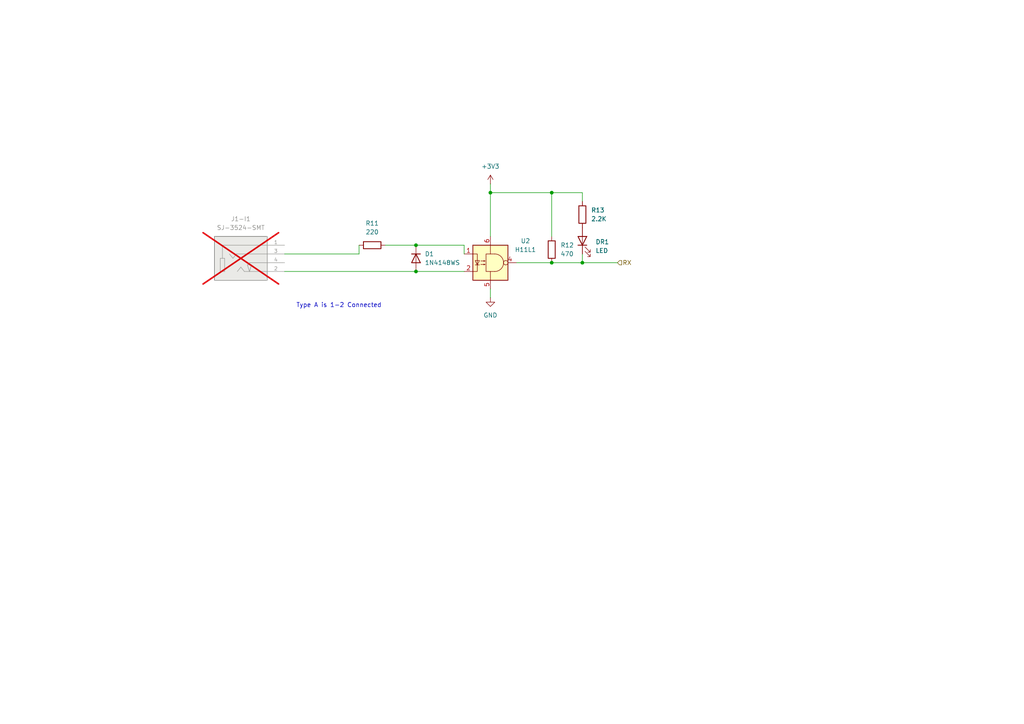
<source format=kicad_sch>
(kicad_sch (version 20231120) (generator "eeschema") (generator_version "8.0")
  (paper "A4")
  (lib_symbols
    (symbol "Device:LED" (pin_numbers hide) (pin_names (offset 1.016) hide)
      (property "Reference" "D" (at 0 2.54 0))
      (property "Value" "LED" (at 0 -2.54 0))
      (symbol "LED_0_1"
        (polyline (pts (xy -1.27 -1.27) (xy -1.27 1.27)) (stroke (width 0.254)))
        (polyline (pts (xy -1.27 0) (xy 1.27 0)))
        (polyline (pts (xy 1.27 -1.27) (xy 1.27 1.27) (xy -1.27 0) (xy 1.27 -1.27)) (stroke (width 0.254)))
        (polyline (pts (xy -3.048 -0.762) (xy -4.572 -2.286) (xy -3.81 -2.286) (xy -4.572 -2.286) (xy -4.572 -1.524)))
        (polyline (pts (xy -1.778 -0.762) (xy -3.302 -2.286) (xy -2.54 -2.286) (xy -3.302 -2.286) (xy -3.302 -1.524)))
      )
      (symbol "LED_1_1"
        (pin passive line (at -3.81 0 0) (length 2.54) (name "K") (number "1"))
        (pin passive line (at 3.81 0 180) (length 2.54) (name "A") (number "2"))
      )
    )
    (symbol "Device:R" (pin_numbers hide) (pin_names (offset 0))
      (property "Reference" "R" (at 2.032 0 90))
      (property "Value" "R" (at 0 0 90))
      (symbol "R_0_1"
        (rectangle (start -1.016 -2.54) (end 1.016 2.54) (stroke (width 0.254)))
      )
      (symbol "R_1_1"
        (pin passive line (at 0 3.81 270) (length 1.27) (name "~") (number "1"))
        (pin passive line (at 0 -3.81 90) (length 1.27) (name "~") (number "2"))
      )
    )
    (symbol "Diode:1N4148WS" (pin_numbers hide) (pin_names hide)
      (property "Reference" "D" (at 0 2.54 0))
      (property "Value" "1N4148WS" (at 0 -2.54 0))
      (symbol "1N4148WS_0_1"
        (polyline (pts (xy -1.27 1.27) (xy -1.27 -1.27)) (stroke (width 0.254)))
        (polyline (pts (xy 1.27 0) (xy -1.27 0)))
        (polyline (pts (xy 1.27 1.27) (xy 1.27 -1.27) (xy -1.27 0) (xy 1.27 1.27)) (stroke (width 0.254)))
      )
      (symbol "1N4148WS_1_1"
        (pin passive line (at -3.81 0 0) (length 2.54) (name "K") (number "1"))
        (pin passive line (at 3.81 0 180) (length 2.54) (name "A") (number "2"))
      )
    )
    (symbol "Isolator:H11L1" (pin_names (offset 1.016))
      (property "Reference" "U" (at 1.27 8.89 0))
      (property "Value" "H11L1" (at 1.27 6.35 0))
      (symbol "H11L1_0_1"
        (rectangle (start -5.08 5.08) (end 5.08 -5.08) (stroke (width 0.254)) (fill (type background)))
        (polyline (pts (xy -4.445 -0.635) (xy -3.175 -0.635)))
        (polyline (pts (xy 0 2.54) (xy 0 5.08)))
        (polyline (pts (xy 0 -2.54) (xy 0 -5.08) (xy 0 -3.81)))
        (polyline (pts (xy -5.08 -2.54) (xy -3.81 -2.54) (xy -3.81 2.54) (xy -5.08 2.54)))
        (polyline (pts (xy -3.81 -0.635) (xy -4.445 0.635) (xy -3.175 0.635) (xy -3.81 -0.635)))
        (polyline (pts (xy 1.27 -2.54) (xy -1.27 -2.54) (xy -1.27 2.54) (xy 1.27 2.54)))
        (polyline (pts (xy -2.794 -0.508) (xy -1.524 -0.508) (xy -1.905 -0.635) (xy -1.905 -0.381) (xy -1.524 -0.508)))
        (polyline (pts (xy -2.794 0.508) (xy -1.524 0.508) (xy -1.905 0.381) (xy -1.905 0.635) (xy -1.524 0.508)))
        (arc (start 1.27 -2.54) (mid 3.799 0) (end 1.27 2.54))
      )
      (symbol "H11L1_1_1"
        (pin passive line (at -7.62 2.54 0) (length 2.54) (name "~") (number "1"))
        (pin passive line (at -7.62 -2.54 0) (length 2.54) (name "~") (number "2"))
        (pin no_connect line (at -5.08 0 0) (length 2.54) hide (name "~") (number "3"))
        (pin output inverted (at 7.62 0 180) (length 3.81) (name "~") (number "4"))
        (pin power_in line (at 0 -7.62 90) (length 2.54) (name "~") (number "5"))
        (pin power_in line (at 0 7.62 270) (length 2.54) (name "~") (number "6"))
      )
    )
    (symbol "MIDI_projects:SJ-3524-SMT" (pin_names (offset 1.016))
      (property "Reference" "J" (at -7.637 8.2738 0))
      (property "Value" "SJ-3524-SMT" (at -7.6519 -7.6606 0))
      (symbol "SJ-3524-SMT_0_0"
        (rectangle (start -7.62 -5.08) (end 7.62 7.62) (stroke (width 0.254)) (fill (type background)))
        (polyline (pts (xy -5.969 -2.54) (xy -4.699 -2.54)) (stroke (width 0.1524)))
        (polyline (pts (xy -5.969 1.27) (xy -5.969 -2.54)) (stroke (width 0.1524)))
        (polyline (pts (xy -5.334 1.27) (xy -5.969 1.27)) (stroke (width 0.1524)))
        (polyline (pts (xy -5.334 1.27) (xy -5.334 5.08)) (stroke (width 0.1524)))
        (polyline (pts (xy -5.334 5.08) (xy 7.62 5.08)) (stroke (width 0.1524)))
        (polyline (pts (xy -4.699 -2.54) (xy -4.699 1.27)) (stroke (width 0.1524)))
        (polyline (pts (xy -4.699 1.27) (xy -5.334 1.27)) (stroke (width 0.1524)))
        (polyline (pts (xy -2.286 1.27) (xy -3.302 2.54)) (stroke (width 0.1524)))
        (polyline (pts (xy -1.27 2.54) (xy -2.286 1.27)) (stroke (width 0.1524)))
        (polyline (pts (xy -1.016 -2.54) (xy 0 -1.27)) (stroke (width 0.1524)))
        (polyline (pts (xy 0 -1.27) (xy 1.016 -2.54)) (stroke (width 0.1524)))
        (polyline (pts (xy 1.9 -0.6) (xy 2.5 -2.53)) (stroke (width 0.1524)))
        (polyline (pts (xy 1.9 -0.6) (xy 3.09 -0.6)) (stroke (width 0.1524)))
        (polyline (pts (xy 2.53 -2.52) (xy 2.53 -2.53)) (stroke (width 0.1524)))
        (polyline (pts (xy 2.54 0) (xy 2.54 -0.62)) (stroke (width 0.1524)))
        (polyline (pts (xy 2.54 0) (xy 7.62 0)) (stroke (width 0.1524)))
        (polyline (pts (xy 3.09 -0.6) (xy 2.53 -2.52)) (stroke (width 0.1524)))
        (polyline (pts (xy 7.62 -2.54) (xy 1.016 -2.54)) (stroke (width 0.1524)))
        (polyline (pts (xy 7.62 2.54) (xy -1.27 2.54)) (stroke (width 0.1524)))
        (pin passive line (at 12.7 5.08 180) (length 5.08) (name "~") (number "1"))
        (pin passive line (at 12.7 -2.54 180) (length 5.08) (name "~") (number "2"))
        (pin passive line (at 12.7 2.54 180) (length 5.08) (name "~") (number "3"))
        (pin passive line (at 12.7 0 180) (length 5.08) (name "~") (number "4"))
      )
    )
    (symbol "power:+3V3" (power) (pin_numbers hide) (pin_names (offset 0) hide)
      (property "Value" "+3V3" (at 0 3.556 0))
      (symbol "+3V3_0_1"
        (polyline (pts (xy -0.762 1.27) (xy 0 2.54)))
        (polyline (pts (xy 0 0) (xy 0 2.54)))
        (polyline (pts (xy 0 2.54) (xy 0.762 1.27)))
      )
      (symbol "+3V3_1_1"
        (pin power_in line (at 0 0 90) (length 0) (name "~") (number "1"))
      )
    )
    (symbol "power:GND" (power) (pin_numbers hide) (pin_names (offset 0) hide)
      (property "Value" "GND" (at 0 -3.81 0))
      (symbol "GND_0_1"
        (polyline (pts (xy 0 0) (xy 0 -1.27) (xy 1.27 -1.27) (xy 0 -2.54) (xy -1.27 -1.27) (xy 0 -1.27)))
      )
      (symbol "GND_1_1"
        (pin power_in line (at 0 0 270) (length 0) (name "~") (number "1"))
      )
    )
  )
  (junction (at 120.65 78.74))
  (junction (at 120.65 71.12))
  (junction (at 168.91 76.2))
  (junction (at 160.02 55.88))
  (junction (at 160.02 76.2))
  (junction (at 142.24 55.88))
  (wire (pts (xy 168.91 76.2) (xy 179.07 76.2)))
  (wire (pts (xy 142.24 53.34) (xy 142.24 55.88)))
  (wire (pts (xy 82.55 73.66) (xy 104.14 73.66)))
  (wire (pts (xy 104.14 73.66) (xy 104.14 71.12)))
  (wire (pts (xy 160.02 55.88) (xy 160.02 68.58)))
  (wire (pts (xy 160.02 55.88) (xy 168.91 55.88)))
  (wire (pts (xy 142.24 55.88) (xy 142.24 68.58)))
  (wire (pts (xy 142.24 55.88) (xy 160.02 55.88)))
  (wire (pts (xy 120.65 78.74) (xy 134.62 78.74)))
  (wire (pts (xy 82.55 78.74) (xy 120.65 78.74)))
  (wire (pts (xy 160.02 76.2) (xy 168.91 76.2)))
  (wire (pts (xy 149.86 76.2) (xy 160.02 76.2)))
  (wire (pts (xy 120.65 71.12) (xy 134.62 71.12)))
  (wire (pts (xy 134.62 71.12) (xy 134.62 73.66)))
  (wire (pts (xy 168.91 55.88) (xy 168.91 58.42)))
  (wire (pts (xy 168.91 73.66) (xy 168.91 76.2)))
  (wire (pts (xy 111.76 71.12) (xy 120.65 71.12)))
  (wire (pts (xy 142.24 83.82) (xy 142.24 86.36)))
  (text "Type A is 1-2 Connected" (at 98.298 88.646 0) (effects (font (size 1.27 1.27))))
  (hierarchical_label "RX" (shape input) (at 179.07 76.2 0))
  (symbol (lib_id "Diode:1N4148WS") (at 120.65 74.93 270) (unit 1)
    (property "Reference" "D1" (at 123.19 73.6599 90) (effects (justify left)))
    (property "Value" "1N4148WS" (at 123.19 76.1999 90) (effects (justify left)))
    (property "Footprint" "Diode_SMD:D_SOD-323" (effects (hide yes)))
    (property "Datasheet" "https://www.vishay.com/docs/85751/1n4148ws.pdf" (effects (hide yes)))
    (property "Description" "75V 0.15A Fast switching Diode, SOD-323" (effects (hide yes)))
    (property "Sim.Device" "D" (effects (hide yes)))
    (property "Sim.Pins" "1=K 2=A" (effects (hide yes)))
    (property "LCSC" "C2128" (effects (hide yes)))
    (instances (project "dinoctopus_v2" (path "" (reference "D1") (unit 1)) (path "" (reference "D2") (unit 1)) (path "" (reference "D3") (unit 1)) (path "" (reference "D4") (unit 1)) (path "" (reference "D5") (unit 1))))
  )
  (symbol (lib_id "Isolator:H11L1") (at 142.24 76.2 0) (unit 1)
    (property "Reference" "U2" (at 152.4 69.8814 0))
    (property "Value" "H11L1" (at 152.4 72.4214 0))
    (property "Footprint" "Package_DIP:SMDIP-6_W9.53mm" (effects (hide yes)))
    (property "Datasheet" "https://www.onsemi.com/pub/Collateral/H11L3M-D.PDF" (effects (hide yes)))
    (property "Description" "Schmitt Trigger Output Optocoupler, High Speed, DIP-6, 1.6mA turn on threshold" (effects (hide yes)))
    (property "LCSC" "C78589" (effects (hide yes)))
    (instances (project "dinoctopus_v2" (path "" (reference "U2") (unit 1)) (path "" (reference "U3") (unit 1)) (path "" (reference "U4") (unit 1)) (path "" (reference "U5") (unit 1)) (path "" (reference "U6") (unit 1))))
  )
  (symbol (lib_id "Device:LED") (at 168.91 69.85 90) (unit 1)
    (property "Reference" "DR1" (at 172.72 70.1674 90) (effects (justify right)))
    (property "Value" "LED" (at 172.72 72.7074 90) (effects (justify right)))
    (property "Footprint" "LED_SMD:LED_0603_1608Metric" (effects (hide yes)))
    (property "Description" "Light emitting diode" (effects (hide yes)))
    (property "LCSC" "C2286 " (effects (hide yes)))
    (instances (project "dinoctopus_v2" (path "" (reference "DR1") (unit 1)) (path "" (reference "DR2") (unit 1)) (path "" (reference "DR3") (unit 1)) (path "" (reference "DR4") (unit 1)) (path "" (reference "DR5") (unit 1))))
  )
  (symbol (lib_id "MIDI_projects:SJ-3524-SMT") (at 69.85 76.2 0) (unit 1) (in_bom no) (dnp yes)
    (property "Reference" "J1-I1" (at 69.85 63.5 0))
    (property "Value" "SJ-3524-SMT" (at 69.85 66.04 0))
    (property "Footprint" "Library:CUI_SJ-3524-SMT" (effects (hide yes)))
    (property "PARTREV" "1.03" (effects (hide yes)))
    (property "MF" "CUI Inc" (effects (hide yes)))
    (instances (project "dinoctopus_v2" (path "" (reference "J1-I1") (unit 1)) (path "" (reference "J1-I2") (unit 1)) (path "" (reference "J1-I3") (unit 1)) (path "" (reference "J1-I4") (unit 1)) (path "" (reference "J1-I5") (unit 1))))
  )
  (symbol (lib_id "power:+3V3") (at 142.24 53.34 0) (unit 1)
    (property "Reference" "#PWR02" (effects (hide yes)))
    (property "Value" "+3V3" (at 142.24 48.26 0))
    (property "Description" "Power symbol creates a global label with name \"+3V3\"" (effects (hide yes)))
    (instances (project "dinoctopus_v2" (path "" (reference "#PWR02") (unit 1)) (path "" (reference "#PWR012") (unit 1)) (path "" (reference "#PWR014") (unit 1)) (path "" (reference "#PWR016") (unit 1)) (path "" (reference "#PWR018") (unit 1))))
  )
  (symbol (lib_id "power:GND") (at 142.24 86.36 0) (unit 1)
    (property "Reference" "#PWR011" (effects (hide yes)))
    (property "Value" "GND" (at 142.24 91.44 0))
    (property "Description" "Power symbol creates a global label with name \"GND\" , ground" (effects (hide yes)))
    (instances (project "dinoctopus_v2" (path "" (reference "#PWR011") (unit 1)) (path "" (reference "#PWR013") (unit 1)) (path "" (reference "#PWR015") (unit 1)) (path "" (reference "#PWR017") (unit 1)) (path "" (reference "#PWR019") (unit 1))))
  )
  (symbol (lib_id "Device:R") (at 168.91 62.23 0) (unit 1)
    (property "Reference" "R13" (at 171.45 60.9599 0) (effects (justify left)))
    (property "Value" "2.2K" (at 171.45 63.4999 0) (effects (justify left)))
    (property "Footprint" "Resistor_SMD:R_0805_2012Metric" (effects (hide yes)))
    (property "Description" "Resistor" (effects (hide yes)))
    (property "LCSC" "C17520" (effects (hide yes)))
    (instances (project "dinoctopus_v2" (path "" (reference "R13") (unit 1)) (path "" (reference "R16") (unit 1)) (path "" (reference "R19") (unit 1)) (path "" (reference "R27") (unit 1)) (path "" (reference "R30") (unit 1))))
  )
  (symbol (lib_id "Device:R") (at 160.02 72.39 180) (unit 1)
    (property "Reference" "R12" (at 162.56 71.1199 0) (effects (justify right)))
    (property "Value" "470" (at 162.56 73.6599 0) (effects (justify right)))
    (property "Footprint" "Resistor_SMD:R_0805_2012Metric" (effects (hide yes)))
    (property "Description" "Resistor" (effects (hide yes)))
    (property "LCSC" "C17710" (effects (hide yes)))
    (instances (project "dinoctopus_v2" (path "" (reference "R12") (unit 1)) (path "" (reference "R15") (unit 1)) (path "" (reference "R18") (unit 1)) (path "" (reference "R26") (unit 1)) (path "" (reference "R29") (unit 1))))
  )
  (symbol (lib_id "Device:R") (at 107.95 71.12 90) (unit 1)
    (property "Reference" "R11" (at 107.95 64.77 90))
    (property "Value" "220" (at 107.95 67.31 90))
    (property "Footprint" "Resistor_SMD:R_0805_2012Metric" (effects (hide yes)))
    (property "Description" "Resistor" (effects (hide yes)))
    (property "LCSC" "C17557" (effects (hide yes)))
    (instances (project "dinoctopus_v2" (path "" (reference "R11") (unit 1)) (path "" (reference "R14") (unit 1)) (path "" (reference "R17") (unit 1)) (path "" (reference "R20") (unit 1)) (path "" (reference "R28") (unit 1))))
  )
)
</source>
